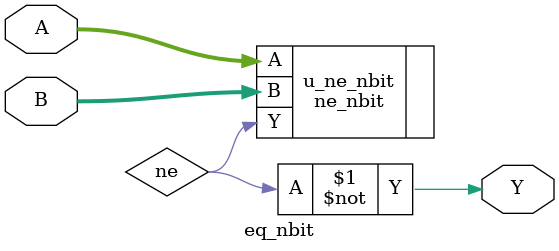
<source format=v>

module eq_nbit #(
    parameter WIDTH = 32
)(
    input [WIDTH-1:0] A,
    input [WIDTH-1:0] B,
    output wire Y
);

    wire ne;
    ne_nbit #(
        .WIDTH(WIDTH)
    ) u_ne_nbit (
        .A(A),
        .B(B),
        .Y(ne)
    );

    assign Y = ~ne;

endmodule
</source>
